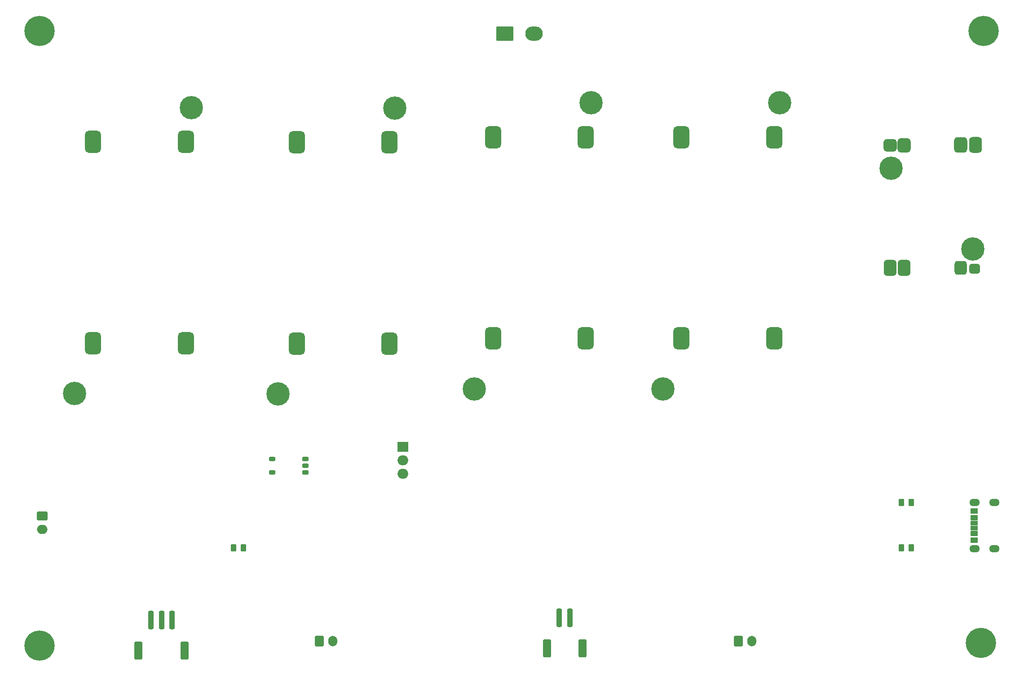
<source format=gbr>
%TF.GenerationSoftware,KiCad,Pcbnew,9.0.2*%
%TF.CreationDate,2026-02-24T05:03:32-05:00*%
%TF.ProjectId,PowerDistro_New,506f7765-7244-4697-9374-726f5f4e6577,rev?*%
%TF.SameCoordinates,Original*%
%TF.FileFunction,Soldermask,Top*%
%TF.FilePolarity,Negative*%
%FSLAX46Y46*%
G04 Gerber Fmt 4.6, Leading zero omitted, Abs format (unit mm)*
G04 Created by KiCad (PCBNEW 9.0.2) date 2026-02-24 05:03:32*
%MOMM*%
%LPD*%
G01*
G04 APERTURE LIST*
G04 Aperture macros list*
%AMRoundRect*
0 Rectangle with rounded corners*
0 $1 Rounding radius*
0 $2 $3 $4 $5 $6 $7 $8 $9 X,Y pos of 4 corners*
0 Add a 4 corners polygon primitive as box body*
4,1,4,$2,$3,$4,$5,$6,$7,$8,$9,$2,$3,0*
0 Add four circle primitives for the rounded corners*
1,1,$1+$1,$2,$3*
1,1,$1+$1,$4,$5*
1,1,$1+$1,$6,$7*
1,1,$1+$1,$8,$9*
0 Add four rect primitives between the rounded corners*
20,1,$1+$1,$2,$3,$4,$5,0*
20,1,$1+$1,$4,$5,$6,$7,0*
20,1,$1+$1,$6,$7,$8,$9,0*
20,1,$1+$1,$8,$9,$2,$3,0*%
G04 Aperture macros list end*
%ADD10C,5.700000*%
%ADD11C,4.400000*%
%ADD12RoundRect,0.750000X-0.750000X-1.350000X0.750000X-1.350000X0.750000X1.350000X-0.750000X1.350000X0*%
%ADD13RoundRect,0.250000X-0.262500X-0.450000X0.262500X-0.450000X0.262500X0.450000X-0.262500X0.450000X0*%
%ADD14RoundRect,0.250000X0.262500X0.450000X-0.262500X0.450000X-0.262500X-0.450000X0.262500X-0.450000X0*%
%ADD15RoundRect,0.250000X-0.250000X-1.500000X0.250000X-1.500000X0.250000X1.500000X-0.250000X1.500000X0*%
%ADD16RoundRect,0.250001X-0.499999X-1.449999X0.499999X-1.449999X0.499999X1.449999X-0.499999X1.449999X0*%
%ADD17RoundRect,0.250000X-0.750000X0.600000X-0.750000X-0.600000X0.750000X-0.600000X0.750000X0.600000X0*%
%ADD18O,2.000000X1.700000*%
%ADD19R,2.000000X1.905000*%
%ADD20O,2.000000X1.905000*%
%ADD21RoundRect,0.102000X0.600000X-0.350000X0.600000X0.350000X-0.600000X0.350000X-0.600000X-0.350000X0*%
%ADD22RoundRect,0.102000X0.600000X-0.380000X0.600000X0.380000X-0.600000X0.380000X-0.600000X-0.380000X0*%
%ADD23RoundRect,0.102000X0.600000X-0.400000X0.600000X0.400000X-0.600000X0.400000X-0.600000X-0.400000X0*%
%ADD24O,1.954000X1.354000*%
%ADD25RoundRect,0.200000X-0.400000X-0.200000X0.400000X-0.200000X0.400000X0.200000X-0.400000X0.200000X0*%
%ADD26RoundRect,0.250000X-0.600000X-0.750000X0.600000X-0.750000X0.600000X0.750000X-0.600000X0.750000X0*%
%ADD27O,1.700000X2.000000*%
%ADD28RoundRect,0.622531X0.622530X0.731488X-0.622530X0.731488X-0.622530X-0.731488X0.622530X-0.731488X0*%
%ADD29RoundRect,0.586573X0.662391X0.586572X-0.662391X0.586572X-0.662391X-0.586572X0.662391X-0.586572X0*%
%ADD30RoundRect,0.613124X0.613124X0.869641X-0.613124X0.869641X-0.613124X-0.869641X0.613124X-0.869641X0*%
%ADD31RoundRect,0.617688X0.617688X0.858291X-0.617688X0.858291X-0.617688X-0.858291X0.617688X-0.858291X0*%
%ADD32RoundRect,0.607686X0.607686X0.896286X-0.607686X0.896286X-0.607686X-0.896286X0.607686X-0.896286X0*%
%ADD33RoundRect,0.608932X0.608932X0.895039X-0.608932X0.895039X-0.608932X-0.895039X0.608932X-0.895039X0*%
%ADD34RoundRect,0.470000X0.551402X0.470000X-0.551402X0.470000X-0.551402X-0.470000X0.551402X-0.470000X0*%
%ADD35RoundRect,0.585701X0.585701X0.723217X-0.585701X0.723217X-0.585701X-0.723217X0.585701X-0.723217X0*%
%ADD36RoundRect,0.250001X1.399999X-1.099999X1.399999X1.099999X-1.399999X1.099999X-1.399999X-1.099999X0*%
%ADD37O,3.300000X2.700000*%
G04 APERTURE END LIST*
D10*
%TO.C,H3*%
X16000000Y-132000000D03*
%TD*%
D11*
%TO.C,U3*%
X155500000Y-29500000D03*
D12*
X154500000Y-36000000D03*
D11*
X133500000Y-83500000D03*
D12*
X137000000Y-36000000D03*
X154500000Y-74000000D03*
X137000000Y-74000000D03*
%TD*%
D13*
%TO.C,R2*%
X178500000Y-105000000D03*
X180325000Y-105000000D03*
%TD*%
D14*
%TO.C,R3*%
X180325000Y-113500000D03*
X178500000Y-113500000D03*
%TD*%
D15*
%TO.C,J2*%
X114000000Y-126750000D03*
X116000000Y-126750000D03*
D16*
X111650000Y-132500000D03*
X118350000Y-132500000D03*
%TD*%
D17*
%TO.C,J5*%
X16500000Y-107500000D03*
D18*
X16500000Y-110000000D03*
%TD*%
D11*
%TO.C,U1*%
X44587500Y-30412500D03*
D12*
X43587500Y-36912500D03*
D11*
X22587500Y-84412500D03*
D12*
X26087500Y-36912500D03*
X43587500Y-74912500D03*
X26087500Y-74912500D03*
%TD*%
D19*
%TO.C,Q1*%
X84500000Y-94500000D03*
D20*
X84500000Y-97040000D03*
X84500000Y-99580000D03*
%TD*%
D21*
%TO.C,J7*%
X192157500Y-109820000D03*
D22*
X192157500Y-107800000D03*
D23*
X192157500Y-106570000D03*
D21*
X192157500Y-108820000D03*
D22*
X192157500Y-110840000D03*
D23*
X192157500Y-112070000D03*
D24*
X192237500Y-113640000D03*
X192237500Y-105000000D03*
X196037500Y-113640000D03*
X196037500Y-105000000D03*
%TD*%
D11*
%TO.C,U5*%
X120000000Y-29500000D03*
D12*
X119000000Y-36000000D03*
D11*
X98000000Y-83500000D03*
D12*
X101500000Y-36000000D03*
X119000000Y-74000000D03*
X101500000Y-74000000D03*
%TD*%
D25*
%TO.C,U4*%
X59850000Y-96730000D03*
X59850000Y-99270000D03*
X66150000Y-99270000D03*
X66150000Y-98000000D03*
X66150000Y-96730000D03*
%TD*%
D13*
%TO.C,R1*%
X52587500Y-113500000D03*
X54412500Y-113500000D03*
%TD*%
D26*
%TO.C,J6*%
X68750000Y-131150000D03*
D27*
X71250000Y-131150000D03*
%TD*%
D15*
%TO.C,J3*%
X37000000Y-127150000D03*
X39000000Y-127150000D03*
X41000000Y-127150000D03*
D16*
X34650000Y-132900000D03*
X43350000Y-132900000D03*
%TD*%
D10*
%TO.C,H1*%
X16000000Y-16000000D03*
%TD*%
%TO.C,H4*%
X193500000Y-131500000D03*
%TD*%
%TO.C,H2*%
X194000000Y-16000000D03*
%TD*%
D28*
%TO.C,U6*%
X178984156Y-37522799D03*
D29*
X176390131Y-37522799D03*
D11*
X176511148Y-41918656D03*
X191973267Y-57158934D03*
D30*
X192415343Y-37476517D03*
D31*
X189693405Y-37458331D03*
D32*
X178954467Y-60690858D03*
D33*
X176371231Y-60690859D03*
D34*
X192310034Y-60806094D03*
D35*
X189668639Y-60683226D03*
%TD*%
D26*
%TO.C,J4*%
X147750000Y-131150000D03*
D27*
X150250000Y-131150000D03*
%TD*%
D36*
%TO.C,J1*%
X103750000Y-16500000D03*
D37*
X109250000Y-16500000D03*
%TD*%
D11*
%TO.C,U2*%
X83000000Y-30500000D03*
D12*
X82000000Y-37000000D03*
D11*
X61000000Y-84500000D03*
D12*
X64500000Y-37000000D03*
X82000000Y-75000000D03*
X64500000Y-75000000D03*
%TD*%
M02*

</source>
